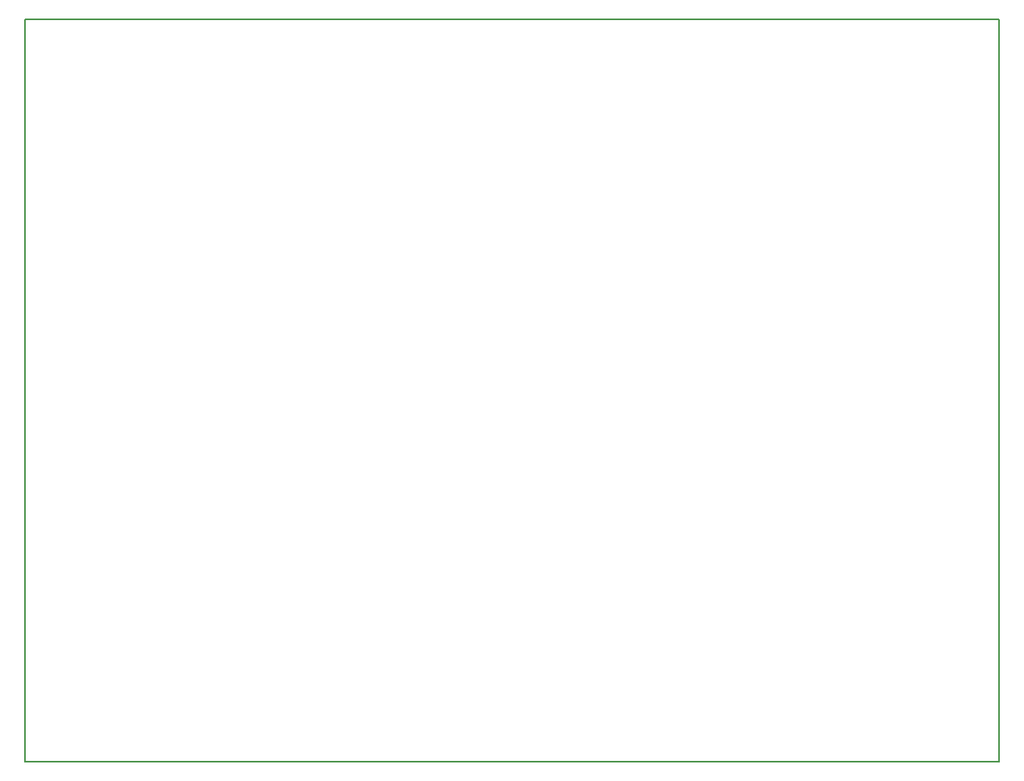
<source format=gbr>
G04 #@! TF.GenerationSoftware,KiCad,Pcbnew,(5.0.1)-rc2*
G04 #@! TF.CreationDate,2019-01-13T20:35:24-05:00*
G04 #@! TF.ProjectId,cem3340-module,63656D333334302D6D6F64756C652E6B,rev?*
G04 #@! TF.SameCoordinates,Original*
G04 #@! TF.FileFunction,Profile,NP*
%FSLAX46Y46*%
G04 Gerber Fmt 4.6, Leading zero omitted, Abs format (unit mm)*
G04 Created by KiCad (PCBNEW (5.0.1)-rc2) date 1/13/2019 8:35:24 PM*
%MOMM*%
%LPD*%
G01*
G04 APERTURE LIST*
%ADD10C,0.200000*%
G04 APERTURE END LIST*
D10*
X64071500Y-62293500D02*
X64071500Y-140335000D01*
X166370000Y-62293500D02*
X64071500Y-62293500D01*
X166370000Y-140335000D02*
X166370000Y-62293500D01*
X64135000Y-140335000D02*
X166370000Y-140335000D01*
M02*

</source>
